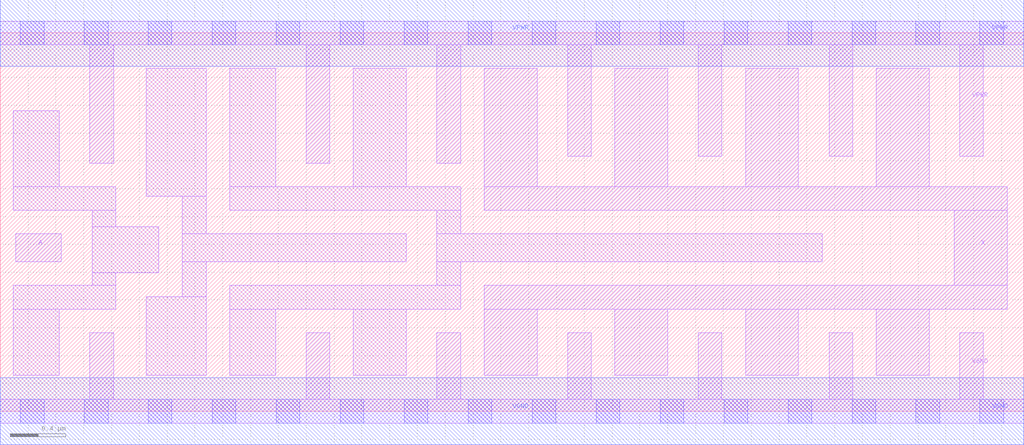
<source format=lef>
# Copyright 2020 The SkyWater PDK Authors
#
# Licensed under the Apache License, Version 2.0 (the "License");
# you may not use this file except in compliance with the License.
# You may obtain a copy of the License at
#
#     https://www.apache.org/licenses/LICENSE-2.0
#
# Unless required by applicable law or agreed to in writing, software
# distributed under the License is distributed on an "AS IS" BASIS,
# WITHOUT WARRANTIES OR CONDITIONS OF ANY KIND, either express or implied.
# See the License for the specific language governing permissions and
# limitations under the License.
#
# SPDX-License-Identifier: Apache-2.0

VERSION 5.7 ;
  NAMESCASESENSITIVE ON ;
  NOWIREEXTENSIONATPIN ON ;
  DIVIDERCHAR "/" ;
  BUSBITCHARS "[]" ;
UNITS
  DATABASE MICRONS 200 ;
END UNITS
PROPERTYDEFINITIONS
  MACRO maskLayoutSubType STRING ;
  MACRO prCellType STRING ;
  MACRO originalViewName STRING ;
END PROPERTYDEFINITIONS
MACRO sky130_fd_sc_hdll__bufbuf_8
  CLASS CORE ;
  FOREIGN sky130_fd_sc_hdll__bufbuf_8 ;
  ORIGIN  0.000000  0.000000 ;
  SIZE  7.360000 BY  2.720000 ;
  SYMMETRY X Y R90 ;
  SITE unithd ;
  PIN A
    ANTENNAGATEAREA  0.178200 ;
    DIRECTION INPUT ;
    USE SIGNAL ;
    PORT
      LAYER li1 ;
        RECT 0.110000 1.075000 0.440000 1.275000 ;
    END
  END A
  PIN VGND
    ANTENNADIFFAREA  1.409500 ;
    DIRECTION INOUT ;
    USE SIGNAL ;
    PORT
      LAYER li1 ;
        RECT 0.000000 -0.085000 7.360000 0.085000 ;
        RECT 0.645000  0.085000 0.815000 0.565000 ;
        RECT 2.200000  0.085000 2.370000 0.565000 ;
        RECT 3.140000  0.085000 3.310000 0.565000 ;
        RECT 4.080000  0.085000 4.250000 0.565000 ;
        RECT 5.020000  0.085000 5.190000 0.565000 ;
        RECT 5.960000  0.085000 6.130000 0.565000 ;
        RECT 6.900000  0.085000 7.070000 0.565000 ;
      LAYER mcon ;
        RECT 0.145000 -0.085000 0.315000 0.085000 ;
        RECT 0.605000 -0.085000 0.775000 0.085000 ;
        RECT 1.065000 -0.085000 1.235000 0.085000 ;
        RECT 1.525000 -0.085000 1.695000 0.085000 ;
        RECT 1.985000 -0.085000 2.155000 0.085000 ;
        RECT 2.445000 -0.085000 2.615000 0.085000 ;
        RECT 2.905000 -0.085000 3.075000 0.085000 ;
        RECT 3.365000 -0.085000 3.535000 0.085000 ;
        RECT 3.825000 -0.085000 3.995000 0.085000 ;
        RECT 4.285000 -0.085000 4.455000 0.085000 ;
        RECT 4.745000 -0.085000 4.915000 0.085000 ;
        RECT 5.205000 -0.085000 5.375000 0.085000 ;
        RECT 5.665000 -0.085000 5.835000 0.085000 ;
        RECT 6.125000 -0.085000 6.295000 0.085000 ;
        RECT 6.585000 -0.085000 6.755000 0.085000 ;
        RECT 7.045000 -0.085000 7.215000 0.085000 ;
      LAYER met1 ;
        RECT 0.000000 -0.240000 7.360000 0.240000 ;
    END
  END VGND
  PIN VPWR
    ANTENNADIFFAREA  2.044400 ;
    DIRECTION INOUT ;
    USE SIGNAL ;
    PORT
      LAYER li1 ;
        RECT 0.000000 2.635000 7.360000 2.805000 ;
        RECT 0.645000 1.785000 0.815000 2.635000 ;
        RECT 2.200000 1.785000 2.370000 2.635000 ;
        RECT 3.140000 1.785000 3.310000 2.635000 ;
        RECT 4.080000 1.835000 4.250000 2.635000 ;
        RECT 5.020000 1.835000 5.190000 2.635000 ;
        RECT 5.960000 1.835000 6.130000 2.635000 ;
        RECT 6.900000 1.835000 7.070000 2.635000 ;
      LAYER mcon ;
        RECT 0.145000 2.635000 0.315000 2.805000 ;
        RECT 0.605000 2.635000 0.775000 2.805000 ;
        RECT 1.065000 2.635000 1.235000 2.805000 ;
        RECT 1.525000 2.635000 1.695000 2.805000 ;
        RECT 1.985000 2.635000 2.155000 2.805000 ;
        RECT 2.445000 2.635000 2.615000 2.805000 ;
        RECT 2.905000 2.635000 3.075000 2.805000 ;
        RECT 3.365000 2.635000 3.535000 2.805000 ;
        RECT 3.825000 2.635000 3.995000 2.805000 ;
        RECT 4.285000 2.635000 4.455000 2.805000 ;
        RECT 4.745000 2.635000 4.915000 2.805000 ;
        RECT 5.205000 2.635000 5.375000 2.805000 ;
        RECT 5.665000 2.635000 5.835000 2.805000 ;
        RECT 6.125000 2.635000 6.295000 2.805000 ;
        RECT 6.585000 2.635000 6.755000 2.805000 ;
        RECT 7.045000 2.635000 7.215000 2.805000 ;
      LAYER met1 ;
        RECT 0.000000 2.480000 7.360000 2.960000 ;
    END
  END VPWR
  PIN X
    ANTENNADIFFAREA  2.024500 ;
    DIRECTION OUTPUT ;
    USE SIGNAL ;
    PORT
      LAYER li1 ;
        RECT 3.480000 0.260000 3.860000 0.735000 ;
        RECT 3.480000 0.735000 7.240000 0.905000 ;
        RECT 3.480000 1.445000 7.240000 1.615000 ;
        RECT 3.480000 1.615000 3.860000 2.465000 ;
        RECT 4.420000 0.260000 4.800000 0.735000 ;
        RECT 4.420000 1.615000 4.800000 2.465000 ;
        RECT 5.360000 0.260000 5.740000 0.735000 ;
        RECT 5.360000 1.615000 5.740000 2.465000 ;
        RECT 6.300000 0.260000 6.680000 0.735000 ;
        RECT 6.300000 1.615000 6.680000 2.465000 ;
        RECT 6.860000 0.905000 7.240000 1.445000 ;
    END
  END X
  OBS
    LAYER li1 ;
      RECT 0.095000 0.260000 0.425000 0.735000 ;
      RECT 0.095000 0.735000 0.830000 0.905000 ;
      RECT 0.095000 1.445000 0.830000 1.615000 ;
      RECT 0.095000 1.615000 0.425000 2.160000 ;
      RECT 0.660000 0.905000 0.830000 0.995000 ;
      RECT 0.660000 0.995000 1.140000 1.325000 ;
      RECT 0.660000 1.325000 0.830000 1.445000 ;
      RECT 1.050000 0.260000 1.480000 0.825000 ;
      RECT 1.050000 1.545000 1.480000 2.465000 ;
      RECT 1.310000 0.825000 1.480000 1.075000 ;
      RECT 1.310000 1.075000 2.920000 1.275000 ;
      RECT 1.310000 1.275000 1.480000 1.545000 ;
      RECT 1.650000 0.260000 1.980000 0.735000 ;
      RECT 1.650000 0.735000 3.310000 0.905000 ;
      RECT 1.650000 1.445000 3.310000 1.615000 ;
      RECT 1.650000 1.615000 1.980000 2.465000 ;
      RECT 2.540000 0.260000 2.920000 0.735000 ;
      RECT 2.540000 1.615000 2.920000 2.465000 ;
      RECT 3.140000 0.905000 3.310000 1.075000 ;
      RECT 3.140000 1.075000 5.910000 1.275000 ;
      RECT 3.140000 1.275000 3.310000 1.445000 ;
  END
  PROPERTY maskLayoutSubType "abstract" ;
  PROPERTY prCellType "standard" ;
  PROPERTY originalViewName "layout" ;
END sky130_fd_sc_hdll__bufbuf_8

</source>
